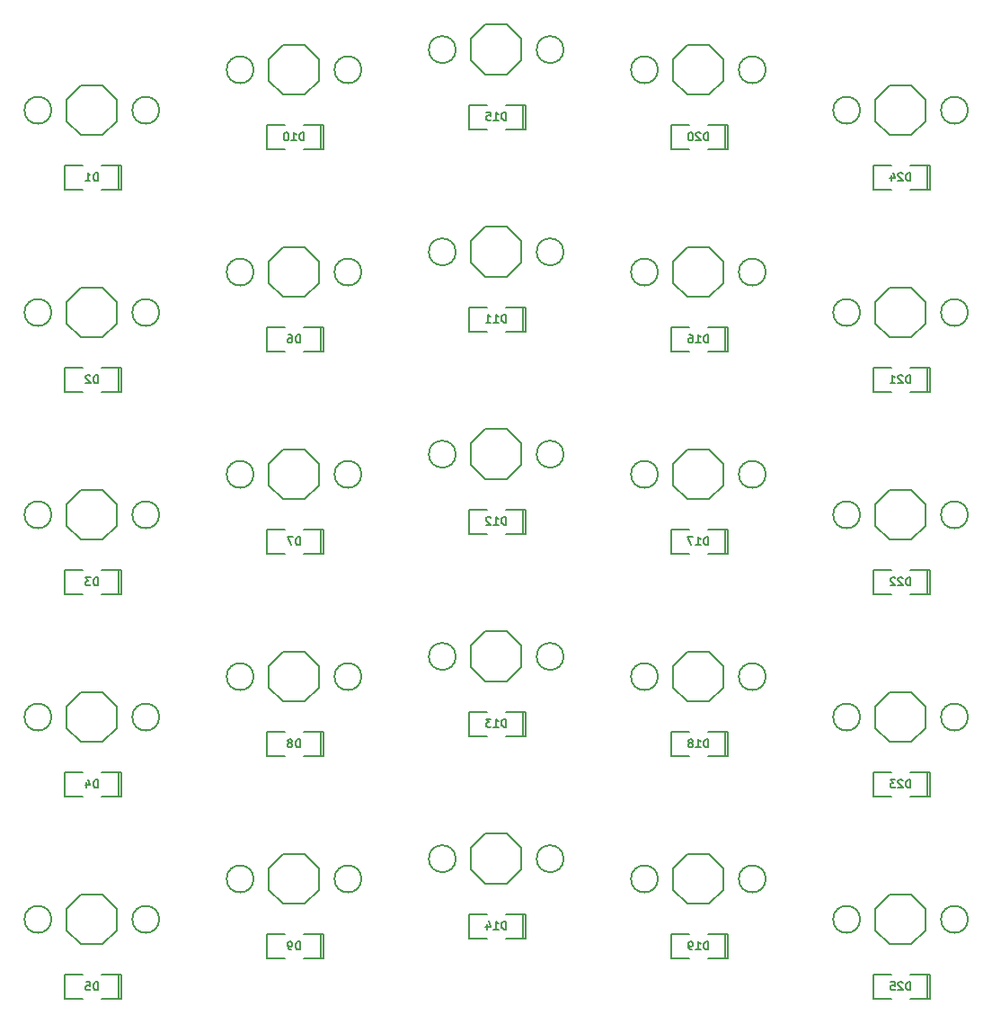
<source format=gbo>
G04 (created by PCBNEW (2013-jul-07)-stable) date Monday, February 03, 2014 'pmt' 10:27:19 pm*
%MOIN*%
G04 Gerber Fmt 3.4, Leading zero omitted, Abs format*
%FSLAX34Y34*%
G01*
G70*
G90*
G04 APERTURE LIST*
%ADD10C,0.00590551*%
%ADD11C,0.006*%
%ADD12C,0.005*%
G04 APERTURE END LIST*
G54D10*
G54D11*
X24500Y-36750D02*
G75*
G03X24500Y-36750I-500J0D01*
G74*
G01*
X20500Y-36750D02*
G75*
G03X20500Y-36750I-500J0D01*
G74*
G01*
X21075Y-36350D02*
X21600Y-35825D01*
X21600Y-35825D02*
X22400Y-35825D01*
X22400Y-35825D02*
X22925Y-36350D01*
X22925Y-36350D02*
X22925Y-37150D01*
X22925Y-37150D02*
X22400Y-37675D01*
X22400Y-37675D02*
X21600Y-37675D01*
X21600Y-37675D02*
X21075Y-37150D01*
X21075Y-37150D02*
X21075Y-36350D01*
X17000Y-38250D02*
G75*
G03X17000Y-38250I-500J0D01*
G74*
G01*
X13000Y-38250D02*
G75*
G03X13000Y-38250I-500J0D01*
G74*
G01*
X13575Y-37850D02*
X14100Y-37325D01*
X14100Y-37325D02*
X14900Y-37325D01*
X14900Y-37325D02*
X15425Y-37850D01*
X15425Y-37850D02*
X15425Y-38650D01*
X15425Y-38650D02*
X14900Y-39175D01*
X14900Y-39175D02*
X14100Y-39175D01*
X14100Y-39175D02*
X13575Y-38650D01*
X13575Y-38650D02*
X13575Y-37850D01*
X47000Y-30750D02*
G75*
G03X47000Y-30750I-500J0D01*
G74*
G01*
X43000Y-30750D02*
G75*
G03X43000Y-30750I-500J0D01*
G74*
G01*
X43575Y-30350D02*
X44100Y-29825D01*
X44100Y-29825D02*
X44900Y-29825D01*
X44900Y-29825D02*
X45425Y-30350D01*
X45425Y-30350D02*
X45425Y-31150D01*
X45425Y-31150D02*
X44900Y-31675D01*
X44900Y-31675D02*
X44100Y-31675D01*
X44100Y-31675D02*
X43575Y-31150D01*
X43575Y-31150D02*
X43575Y-30350D01*
X32000Y-36000D02*
G75*
G03X32000Y-36000I-500J0D01*
G74*
G01*
X28000Y-36000D02*
G75*
G03X28000Y-36000I-500J0D01*
G74*
G01*
X28575Y-35600D02*
X29100Y-35075D01*
X29100Y-35075D02*
X29900Y-35075D01*
X29900Y-35075D02*
X30425Y-35600D01*
X30425Y-35600D02*
X30425Y-36400D01*
X30425Y-36400D02*
X29900Y-36925D01*
X29900Y-36925D02*
X29100Y-36925D01*
X29100Y-36925D02*
X28575Y-36400D01*
X28575Y-36400D02*
X28575Y-35600D01*
X39500Y-29250D02*
G75*
G03X39500Y-29250I-500J0D01*
G74*
G01*
X35500Y-29250D02*
G75*
G03X35500Y-29250I-500J0D01*
G74*
G01*
X36075Y-28850D02*
X36600Y-28325D01*
X36600Y-28325D02*
X37400Y-28325D01*
X37400Y-28325D02*
X37925Y-28850D01*
X37925Y-28850D02*
X37925Y-29650D01*
X37925Y-29650D02*
X37400Y-30175D01*
X37400Y-30175D02*
X36600Y-30175D01*
X36600Y-30175D02*
X36075Y-29650D01*
X36075Y-29650D02*
X36075Y-28850D01*
X32000Y-28500D02*
G75*
G03X32000Y-28500I-500J0D01*
G74*
G01*
X28000Y-28500D02*
G75*
G03X28000Y-28500I-500J0D01*
G74*
G01*
X28575Y-28100D02*
X29100Y-27575D01*
X29100Y-27575D02*
X29900Y-27575D01*
X29900Y-27575D02*
X30425Y-28100D01*
X30425Y-28100D02*
X30425Y-28900D01*
X30425Y-28900D02*
X29900Y-29425D01*
X29900Y-29425D02*
X29100Y-29425D01*
X29100Y-29425D02*
X28575Y-28900D01*
X28575Y-28900D02*
X28575Y-28100D01*
X39500Y-36750D02*
G75*
G03X39500Y-36750I-500J0D01*
G74*
G01*
X35500Y-36750D02*
G75*
G03X35500Y-36750I-500J0D01*
G74*
G01*
X36075Y-36350D02*
X36600Y-35825D01*
X36600Y-35825D02*
X37400Y-35825D01*
X37400Y-35825D02*
X37925Y-36350D01*
X37925Y-36350D02*
X37925Y-37150D01*
X37925Y-37150D02*
X37400Y-37675D01*
X37400Y-37675D02*
X36600Y-37675D01*
X36600Y-37675D02*
X36075Y-37150D01*
X36075Y-37150D02*
X36075Y-36350D01*
X24500Y-29250D02*
G75*
G03X24500Y-29250I-500J0D01*
G74*
G01*
X20500Y-29250D02*
G75*
G03X20500Y-29250I-500J0D01*
G74*
G01*
X21075Y-28850D02*
X21600Y-28325D01*
X21600Y-28325D02*
X22400Y-28325D01*
X22400Y-28325D02*
X22925Y-28850D01*
X22925Y-28850D02*
X22925Y-29650D01*
X22925Y-29650D02*
X22400Y-30175D01*
X22400Y-30175D02*
X21600Y-30175D01*
X21600Y-30175D02*
X21075Y-29650D01*
X21075Y-29650D02*
X21075Y-28850D01*
X17000Y-30750D02*
G75*
G03X17000Y-30750I-500J0D01*
G74*
G01*
X13000Y-30750D02*
G75*
G03X13000Y-30750I-500J0D01*
G74*
G01*
X13575Y-30350D02*
X14100Y-29825D01*
X14100Y-29825D02*
X14900Y-29825D01*
X14900Y-29825D02*
X15425Y-30350D01*
X15425Y-30350D02*
X15425Y-31150D01*
X15425Y-31150D02*
X14900Y-31675D01*
X14900Y-31675D02*
X14100Y-31675D01*
X14100Y-31675D02*
X13575Y-31150D01*
X13575Y-31150D02*
X13575Y-30350D01*
X47000Y-38250D02*
G75*
G03X47000Y-38250I-500J0D01*
G74*
G01*
X43000Y-38250D02*
G75*
G03X43000Y-38250I-500J0D01*
G74*
G01*
X43575Y-37850D02*
X44100Y-37325D01*
X44100Y-37325D02*
X44900Y-37325D01*
X44900Y-37325D02*
X45425Y-37850D01*
X45425Y-37850D02*
X45425Y-38650D01*
X45425Y-38650D02*
X44900Y-39175D01*
X44900Y-39175D02*
X44100Y-39175D01*
X44100Y-39175D02*
X43575Y-38650D01*
X43575Y-38650D02*
X43575Y-37850D01*
X47000Y-23250D02*
G75*
G03X47000Y-23250I-500J0D01*
G74*
G01*
X43000Y-23250D02*
G75*
G03X43000Y-23250I-500J0D01*
G74*
G01*
X43575Y-22850D02*
X44100Y-22325D01*
X44100Y-22325D02*
X44900Y-22325D01*
X44900Y-22325D02*
X45425Y-22850D01*
X45425Y-22850D02*
X45425Y-23650D01*
X45425Y-23650D02*
X44900Y-24175D01*
X44900Y-24175D02*
X44100Y-24175D01*
X44100Y-24175D02*
X43575Y-23650D01*
X43575Y-23650D02*
X43575Y-22850D01*
X39500Y-21750D02*
G75*
G03X39500Y-21750I-500J0D01*
G74*
G01*
X35500Y-21750D02*
G75*
G03X35500Y-21750I-500J0D01*
G74*
G01*
X36075Y-21350D02*
X36600Y-20825D01*
X36600Y-20825D02*
X37400Y-20825D01*
X37400Y-20825D02*
X37925Y-21350D01*
X37925Y-21350D02*
X37925Y-22150D01*
X37925Y-22150D02*
X37400Y-22675D01*
X37400Y-22675D02*
X36600Y-22675D01*
X36600Y-22675D02*
X36075Y-22150D01*
X36075Y-22150D02*
X36075Y-21350D01*
X17000Y-45750D02*
G75*
G03X17000Y-45750I-500J0D01*
G74*
G01*
X13000Y-45750D02*
G75*
G03X13000Y-45750I-500J0D01*
G74*
G01*
X13575Y-45350D02*
X14100Y-44825D01*
X14100Y-44825D02*
X14900Y-44825D01*
X14900Y-44825D02*
X15425Y-45350D01*
X15425Y-45350D02*
X15425Y-46150D01*
X15425Y-46150D02*
X14900Y-46675D01*
X14900Y-46675D02*
X14100Y-46675D01*
X14100Y-46675D02*
X13575Y-46150D01*
X13575Y-46150D02*
X13575Y-45350D01*
X32000Y-21000D02*
G75*
G03X32000Y-21000I-500J0D01*
G74*
G01*
X28000Y-21000D02*
G75*
G03X28000Y-21000I-500J0D01*
G74*
G01*
X28575Y-20600D02*
X29100Y-20075D01*
X29100Y-20075D02*
X29900Y-20075D01*
X29900Y-20075D02*
X30425Y-20600D01*
X30425Y-20600D02*
X30425Y-21400D01*
X30425Y-21400D02*
X29900Y-21925D01*
X29900Y-21925D02*
X29100Y-21925D01*
X29100Y-21925D02*
X28575Y-21400D01*
X28575Y-21400D02*
X28575Y-20600D01*
X24500Y-21750D02*
G75*
G03X24500Y-21750I-500J0D01*
G74*
G01*
X20500Y-21750D02*
G75*
G03X20500Y-21750I-500J0D01*
G74*
G01*
X21075Y-21350D02*
X21600Y-20825D01*
X21600Y-20825D02*
X22400Y-20825D01*
X22400Y-20825D02*
X22925Y-21350D01*
X22925Y-21350D02*
X22925Y-22150D01*
X22925Y-22150D02*
X22400Y-22675D01*
X22400Y-22675D02*
X21600Y-22675D01*
X21600Y-22675D02*
X21075Y-22150D01*
X21075Y-22150D02*
X21075Y-21350D01*
X24500Y-44250D02*
G75*
G03X24500Y-44250I-500J0D01*
G74*
G01*
X20500Y-44250D02*
G75*
G03X20500Y-44250I-500J0D01*
G74*
G01*
X21075Y-43850D02*
X21600Y-43325D01*
X21600Y-43325D02*
X22400Y-43325D01*
X22400Y-43325D02*
X22925Y-43850D01*
X22925Y-43850D02*
X22925Y-44650D01*
X22925Y-44650D02*
X22400Y-45175D01*
X22400Y-45175D02*
X21600Y-45175D01*
X21600Y-45175D02*
X21075Y-44650D01*
X21075Y-44650D02*
X21075Y-43850D01*
X17000Y-15750D02*
G75*
G03X17000Y-15750I-500J0D01*
G74*
G01*
X13000Y-15750D02*
G75*
G03X13000Y-15750I-500J0D01*
G74*
G01*
X13575Y-15350D02*
X14100Y-14825D01*
X14100Y-14825D02*
X14900Y-14825D01*
X14900Y-14825D02*
X15425Y-15350D01*
X15425Y-15350D02*
X15425Y-16150D01*
X15425Y-16150D02*
X14900Y-16675D01*
X14900Y-16675D02*
X14100Y-16675D01*
X14100Y-16675D02*
X13575Y-16150D01*
X13575Y-16150D02*
X13575Y-15350D01*
X17000Y-23250D02*
G75*
G03X17000Y-23250I-500J0D01*
G74*
G01*
X13000Y-23250D02*
G75*
G03X13000Y-23250I-500J0D01*
G74*
G01*
X13575Y-22850D02*
X14100Y-22325D01*
X14100Y-22325D02*
X14900Y-22325D01*
X14900Y-22325D02*
X15425Y-22850D01*
X15425Y-22850D02*
X15425Y-23650D01*
X15425Y-23650D02*
X14900Y-24175D01*
X14900Y-24175D02*
X14100Y-24175D01*
X14100Y-24175D02*
X13575Y-23650D01*
X13575Y-23650D02*
X13575Y-22850D01*
X47000Y-15750D02*
G75*
G03X47000Y-15750I-500J0D01*
G74*
G01*
X43000Y-15750D02*
G75*
G03X43000Y-15750I-500J0D01*
G74*
G01*
X43575Y-15350D02*
X44100Y-14825D01*
X44100Y-14825D02*
X44900Y-14825D01*
X44900Y-14825D02*
X45425Y-15350D01*
X45425Y-15350D02*
X45425Y-16150D01*
X45425Y-16150D02*
X44900Y-16675D01*
X44900Y-16675D02*
X44100Y-16675D01*
X44100Y-16675D02*
X43575Y-16150D01*
X43575Y-16150D02*
X43575Y-15350D01*
X39500Y-14250D02*
G75*
G03X39500Y-14250I-500J0D01*
G74*
G01*
X35500Y-14250D02*
G75*
G03X35500Y-14250I-500J0D01*
G74*
G01*
X36075Y-13850D02*
X36600Y-13325D01*
X36600Y-13325D02*
X37400Y-13325D01*
X37400Y-13325D02*
X37925Y-13850D01*
X37925Y-13850D02*
X37925Y-14650D01*
X37925Y-14650D02*
X37400Y-15175D01*
X37400Y-15175D02*
X36600Y-15175D01*
X36600Y-15175D02*
X36075Y-14650D01*
X36075Y-14650D02*
X36075Y-13850D01*
X32000Y-13500D02*
G75*
G03X32000Y-13500I-500J0D01*
G74*
G01*
X28000Y-13500D02*
G75*
G03X28000Y-13500I-500J0D01*
G74*
G01*
X28575Y-13100D02*
X29100Y-12575D01*
X29100Y-12575D02*
X29900Y-12575D01*
X29900Y-12575D02*
X30425Y-13100D01*
X30425Y-13100D02*
X30425Y-13900D01*
X30425Y-13900D02*
X29900Y-14425D01*
X29900Y-14425D02*
X29100Y-14425D01*
X29100Y-14425D02*
X28575Y-13900D01*
X28575Y-13900D02*
X28575Y-13100D01*
X24500Y-14250D02*
G75*
G03X24500Y-14250I-500J0D01*
G74*
G01*
X20500Y-14250D02*
G75*
G03X20500Y-14250I-500J0D01*
G74*
G01*
X21075Y-13850D02*
X21600Y-13325D01*
X21600Y-13325D02*
X22400Y-13325D01*
X22400Y-13325D02*
X22925Y-13850D01*
X22925Y-13850D02*
X22925Y-14650D01*
X22925Y-14650D02*
X22400Y-15175D01*
X22400Y-15175D02*
X21600Y-15175D01*
X21600Y-15175D02*
X21075Y-14650D01*
X21075Y-14650D02*
X21075Y-13850D01*
X32000Y-43500D02*
G75*
G03X32000Y-43500I-500J0D01*
G74*
G01*
X28000Y-43500D02*
G75*
G03X28000Y-43500I-500J0D01*
G74*
G01*
X28575Y-43100D02*
X29100Y-42575D01*
X29100Y-42575D02*
X29900Y-42575D01*
X29900Y-42575D02*
X30425Y-43100D01*
X30425Y-43100D02*
X30425Y-43900D01*
X30425Y-43900D02*
X29900Y-44425D01*
X29900Y-44425D02*
X29100Y-44425D01*
X29100Y-44425D02*
X28575Y-43900D01*
X28575Y-43900D02*
X28575Y-43100D01*
X39500Y-44250D02*
G75*
G03X39500Y-44250I-500J0D01*
G74*
G01*
X35500Y-44250D02*
G75*
G03X35500Y-44250I-500J0D01*
G74*
G01*
X36075Y-43850D02*
X36600Y-43325D01*
X36600Y-43325D02*
X37400Y-43325D01*
X37400Y-43325D02*
X37925Y-43850D01*
X37925Y-43850D02*
X37925Y-44650D01*
X37925Y-44650D02*
X37400Y-45175D01*
X37400Y-45175D02*
X36600Y-45175D01*
X36600Y-45175D02*
X36075Y-44650D01*
X36075Y-44650D02*
X36075Y-43850D01*
X47000Y-45750D02*
G75*
G03X47000Y-45750I-500J0D01*
G74*
G01*
X43000Y-45750D02*
G75*
G03X43000Y-45750I-500J0D01*
G74*
G01*
X43575Y-45350D02*
X44100Y-44825D01*
X44100Y-44825D02*
X44900Y-44825D01*
X44900Y-44825D02*
X45425Y-45350D01*
X45425Y-45350D02*
X45425Y-46150D01*
X45425Y-46150D02*
X44900Y-46675D01*
X44900Y-46675D02*
X44100Y-46675D01*
X44100Y-46675D02*
X43575Y-46150D01*
X43575Y-46150D02*
X43575Y-45350D01*
G54D12*
X38000Y-46300D02*
X38100Y-46300D01*
X38100Y-46300D02*
X38100Y-47200D01*
X38100Y-47200D02*
X38000Y-47200D01*
X38000Y-46300D02*
X38000Y-47200D01*
X38000Y-47200D02*
X37350Y-47200D01*
X36650Y-46300D02*
X36000Y-46300D01*
X36000Y-46300D02*
X36000Y-47200D01*
X36000Y-47200D02*
X36650Y-47200D01*
X37350Y-46300D02*
X38000Y-46300D01*
X23000Y-38800D02*
X23100Y-38800D01*
X23100Y-38800D02*
X23100Y-39700D01*
X23100Y-39700D02*
X23000Y-39700D01*
X23000Y-38800D02*
X23000Y-39700D01*
X23000Y-39700D02*
X22350Y-39700D01*
X21650Y-38800D02*
X21000Y-38800D01*
X21000Y-38800D02*
X21000Y-39700D01*
X21000Y-39700D02*
X21650Y-39700D01*
X22350Y-38800D02*
X23000Y-38800D01*
X30500Y-45550D02*
X30600Y-45550D01*
X30600Y-45550D02*
X30600Y-46450D01*
X30600Y-46450D02*
X30500Y-46450D01*
X30500Y-45550D02*
X30500Y-46450D01*
X30500Y-46450D02*
X29850Y-46450D01*
X29150Y-45550D02*
X28500Y-45550D01*
X28500Y-45550D02*
X28500Y-46450D01*
X28500Y-46450D02*
X29150Y-46450D01*
X29850Y-45550D02*
X30500Y-45550D01*
X30500Y-38050D02*
X30600Y-38050D01*
X30600Y-38050D02*
X30600Y-38950D01*
X30600Y-38950D02*
X30500Y-38950D01*
X30500Y-38050D02*
X30500Y-38950D01*
X30500Y-38950D02*
X29850Y-38950D01*
X29150Y-38050D02*
X28500Y-38050D01*
X28500Y-38050D02*
X28500Y-38950D01*
X28500Y-38950D02*
X29150Y-38950D01*
X29850Y-38050D02*
X30500Y-38050D01*
X23000Y-46300D02*
X23100Y-46300D01*
X23100Y-46300D02*
X23100Y-47200D01*
X23100Y-47200D02*
X23000Y-47200D01*
X23000Y-46300D02*
X23000Y-47200D01*
X23000Y-47200D02*
X22350Y-47200D01*
X21650Y-46300D02*
X21000Y-46300D01*
X21000Y-46300D02*
X21000Y-47200D01*
X21000Y-47200D02*
X21650Y-47200D01*
X22350Y-46300D02*
X23000Y-46300D01*
X38000Y-38800D02*
X38100Y-38800D01*
X38100Y-38800D02*
X38100Y-39700D01*
X38100Y-39700D02*
X38000Y-39700D01*
X38000Y-38800D02*
X38000Y-39700D01*
X38000Y-39700D02*
X37350Y-39700D01*
X36650Y-38800D02*
X36000Y-38800D01*
X36000Y-38800D02*
X36000Y-39700D01*
X36000Y-39700D02*
X36650Y-39700D01*
X37350Y-38800D02*
X38000Y-38800D01*
X45500Y-40300D02*
X45600Y-40300D01*
X45600Y-40300D02*
X45600Y-41200D01*
X45600Y-41200D02*
X45500Y-41200D01*
X45500Y-40300D02*
X45500Y-41200D01*
X45500Y-41200D02*
X44850Y-41200D01*
X44150Y-40300D02*
X43500Y-40300D01*
X43500Y-40300D02*
X43500Y-41200D01*
X43500Y-41200D02*
X44150Y-41200D01*
X44850Y-40300D02*
X45500Y-40300D01*
X15500Y-47800D02*
X15600Y-47800D01*
X15600Y-47800D02*
X15600Y-48700D01*
X15600Y-48700D02*
X15500Y-48700D01*
X15500Y-47800D02*
X15500Y-48700D01*
X15500Y-48700D02*
X14850Y-48700D01*
X14150Y-47800D02*
X13500Y-47800D01*
X13500Y-47800D02*
X13500Y-48700D01*
X13500Y-48700D02*
X14150Y-48700D01*
X14850Y-47800D02*
X15500Y-47800D01*
X15500Y-17800D02*
X15600Y-17800D01*
X15600Y-17800D02*
X15600Y-18700D01*
X15600Y-18700D02*
X15500Y-18700D01*
X15500Y-17800D02*
X15500Y-18700D01*
X15500Y-18700D02*
X14850Y-18700D01*
X14150Y-17800D02*
X13500Y-17800D01*
X13500Y-17800D02*
X13500Y-18700D01*
X13500Y-18700D02*
X14150Y-18700D01*
X14850Y-17800D02*
X15500Y-17800D01*
X23000Y-16300D02*
X23100Y-16300D01*
X23100Y-16300D02*
X23100Y-17200D01*
X23100Y-17200D02*
X23000Y-17200D01*
X23000Y-16300D02*
X23000Y-17200D01*
X23000Y-17200D02*
X22350Y-17200D01*
X21650Y-16300D02*
X21000Y-16300D01*
X21000Y-16300D02*
X21000Y-17200D01*
X21000Y-17200D02*
X21650Y-17200D01*
X22350Y-16300D02*
X23000Y-16300D01*
X30500Y-15550D02*
X30600Y-15550D01*
X30600Y-15550D02*
X30600Y-16450D01*
X30600Y-16450D02*
X30500Y-16450D01*
X30500Y-15550D02*
X30500Y-16450D01*
X30500Y-16450D02*
X29850Y-16450D01*
X29150Y-15550D02*
X28500Y-15550D01*
X28500Y-15550D02*
X28500Y-16450D01*
X28500Y-16450D02*
X29150Y-16450D01*
X29850Y-15550D02*
X30500Y-15550D01*
X38000Y-16300D02*
X38100Y-16300D01*
X38100Y-16300D02*
X38100Y-17200D01*
X38100Y-17200D02*
X38000Y-17200D01*
X38000Y-16300D02*
X38000Y-17200D01*
X38000Y-17200D02*
X37350Y-17200D01*
X36650Y-16300D02*
X36000Y-16300D01*
X36000Y-16300D02*
X36000Y-17200D01*
X36000Y-17200D02*
X36650Y-17200D01*
X37350Y-16300D02*
X38000Y-16300D01*
X45500Y-17800D02*
X45600Y-17800D01*
X45600Y-17800D02*
X45600Y-18700D01*
X45600Y-18700D02*
X45500Y-18700D01*
X45500Y-17800D02*
X45500Y-18700D01*
X45500Y-18700D02*
X44850Y-18700D01*
X44150Y-17800D02*
X43500Y-17800D01*
X43500Y-17800D02*
X43500Y-18700D01*
X43500Y-18700D02*
X44150Y-18700D01*
X44850Y-17800D02*
X45500Y-17800D01*
X15500Y-25300D02*
X15600Y-25300D01*
X15600Y-25300D02*
X15600Y-26200D01*
X15600Y-26200D02*
X15500Y-26200D01*
X15500Y-25300D02*
X15500Y-26200D01*
X15500Y-26200D02*
X14850Y-26200D01*
X14150Y-25300D02*
X13500Y-25300D01*
X13500Y-25300D02*
X13500Y-26200D01*
X13500Y-26200D02*
X14150Y-26200D01*
X14850Y-25300D02*
X15500Y-25300D01*
X23000Y-23800D02*
X23100Y-23800D01*
X23100Y-23800D02*
X23100Y-24700D01*
X23100Y-24700D02*
X23000Y-24700D01*
X23000Y-23800D02*
X23000Y-24700D01*
X23000Y-24700D02*
X22350Y-24700D01*
X21650Y-23800D02*
X21000Y-23800D01*
X21000Y-23800D02*
X21000Y-24700D01*
X21000Y-24700D02*
X21650Y-24700D01*
X22350Y-23800D02*
X23000Y-23800D01*
X30500Y-23050D02*
X30600Y-23050D01*
X30600Y-23050D02*
X30600Y-23950D01*
X30600Y-23950D02*
X30500Y-23950D01*
X30500Y-23050D02*
X30500Y-23950D01*
X30500Y-23950D02*
X29850Y-23950D01*
X29150Y-23050D02*
X28500Y-23050D01*
X28500Y-23050D02*
X28500Y-23950D01*
X28500Y-23950D02*
X29150Y-23950D01*
X29850Y-23050D02*
X30500Y-23050D01*
X38000Y-23800D02*
X38100Y-23800D01*
X38100Y-23800D02*
X38100Y-24700D01*
X38100Y-24700D02*
X38000Y-24700D01*
X38000Y-23800D02*
X38000Y-24700D01*
X38000Y-24700D02*
X37350Y-24700D01*
X36650Y-23800D02*
X36000Y-23800D01*
X36000Y-23800D02*
X36000Y-24700D01*
X36000Y-24700D02*
X36650Y-24700D01*
X37350Y-23800D02*
X38000Y-23800D01*
X45500Y-25300D02*
X45600Y-25300D01*
X45600Y-25300D02*
X45600Y-26200D01*
X45600Y-26200D02*
X45500Y-26200D01*
X45500Y-25300D02*
X45500Y-26200D01*
X45500Y-26200D02*
X44850Y-26200D01*
X44150Y-25300D02*
X43500Y-25300D01*
X43500Y-25300D02*
X43500Y-26200D01*
X43500Y-26200D02*
X44150Y-26200D01*
X44850Y-25300D02*
X45500Y-25300D01*
X15500Y-32800D02*
X15600Y-32800D01*
X15600Y-32800D02*
X15600Y-33700D01*
X15600Y-33700D02*
X15500Y-33700D01*
X15500Y-32800D02*
X15500Y-33700D01*
X15500Y-33700D02*
X14850Y-33700D01*
X14150Y-32800D02*
X13500Y-32800D01*
X13500Y-32800D02*
X13500Y-33700D01*
X13500Y-33700D02*
X14150Y-33700D01*
X14850Y-32800D02*
X15500Y-32800D01*
X23000Y-31300D02*
X23100Y-31300D01*
X23100Y-31300D02*
X23100Y-32200D01*
X23100Y-32200D02*
X23000Y-32200D01*
X23000Y-31300D02*
X23000Y-32200D01*
X23000Y-32200D02*
X22350Y-32200D01*
X21650Y-31300D02*
X21000Y-31300D01*
X21000Y-31300D02*
X21000Y-32200D01*
X21000Y-32200D02*
X21650Y-32200D01*
X22350Y-31300D02*
X23000Y-31300D01*
X30500Y-30550D02*
X30600Y-30550D01*
X30600Y-30550D02*
X30600Y-31450D01*
X30600Y-31450D02*
X30500Y-31450D01*
X30500Y-30550D02*
X30500Y-31450D01*
X30500Y-31450D02*
X29850Y-31450D01*
X29150Y-30550D02*
X28500Y-30550D01*
X28500Y-30550D02*
X28500Y-31450D01*
X28500Y-31450D02*
X29150Y-31450D01*
X29850Y-30550D02*
X30500Y-30550D01*
X38000Y-31300D02*
X38100Y-31300D01*
X38100Y-31300D02*
X38100Y-32200D01*
X38100Y-32200D02*
X38000Y-32200D01*
X38000Y-31300D02*
X38000Y-32200D01*
X38000Y-32200D02*
X37350Y-32200D01*
X36650Y-31300D02*
X36000Y-31300D01*
X36000Y-31300D02*
X36000Y-32200D01*
X36000Y-32200D02*
X36650Y-32200D01*
X37350Y-31300D02*
X38000Y-31300D01*
X45500Y-32800D02*
X45600Y-32800D01*
X45600Y-32800D02*
X45600Y-33700D01*
X45600Y-33700D02*
X45500Y-33700D01*
X45500Y-32800D02*
X45500Y-33700D01*
X45500Y-33700D02*
X44850Y-33700D01*
X44150Y-32800D02*
X43500Y-32800D01*
X43500Y-32800D02*
X43500Y-33700D01*
X43500Y-33700D02*
X44150Y-33700D01*
X44850Y-32800D02*
X45500Y-32800D01*
X15500Y-40300D02*
X15600Y-40300D01*
X15600Y-40300D02*
X15600Y-41200D01*
X15600Y-41200D02*
X15500Y-41200D01*
X15500Y-40300D02*
X15500Y-41200D01*
X15500Y-41200D02*
X14850Y-41200D01*
X14150Y-40300D02*
X13500Y-40300D01*
X13500Y-40300D02*
X13500Y-41200D01*
X13500Y-41200D02*
X14150Y-41200D01*
X14850Y-40300D02*
X15500Y-40300D01*
X45500Y-47800D02*
X45600Y-47800D01*
X45600Y-47800D02*
X45600Y-48700D01*
X45600Y-48700D02*
X45500Y-48700D01*
X45500Y-47800D02*
X45500Y-48700D01*
X45500Y-48700D02*
X44850Y-48700D01*
X44150Y-47800D02*
X43500Y-47800D01*
X43500Y-47800D02*
X43500Y-48700D01*
X43500Y-48700D02*
X44150Y-48700D01*
X44850Y-47800D02*
X45500Y-47800D01*
X37364Y-46871D02*
X37364Y-46571D01*
X37292Y-46571D01*
X37250Y-46585D01*
X37221Y-46614D01*
X37207Y-46642D01*
X37192Y-46700D01*
X37192Y-46742D01*
X37207Y-46800D01*
X37221Y-46828D01*
X37250Y-46857D01*
X37292Y-46871D01*
X37364Y-46871D01*
X36907Y-46871D02*
X37078Y-46871D01*
X36992Y-46871D02*
X36992Y-46571D01*
X37021Y-46614D01*
X37050Y-46642D01*
X37078Y-46657D01*
X36764Y-46871D02*
X36707Y-46871D01*
X36678Y-46857D01*
X36664Y-46842D01*
X36635Y-46800D01*
X36621Y-46742D01*
X36621Y-46628D01*
X36635Y-46600D01*
X36650Y-46585D01*
X36678Y-46571D01*
X36735Y-46571D01*
X36764Y-46585D01*
X36778Y-46600D01*
X36792Y-46628D01*
X36792Y-46700D01*
X36778Y-46728D01*
X36764Y-46742D01*
X36735Y-46757D01*
X36678Y-46757D01*
X36650Y-46742D01*
X36635Y-46728D01*
X36621Y-46700D01*
X22221Y-39371D02*
X22221Y-39071D01*
X22150Y-39071D01*
X22107Y-39085D01*
X22078Y-39114D01*
X22064Y-39142D01*
X22050Y-39200D01*
X22050Y-39242D01*
X22064Y-39300D01*
X22078Y-39328D01*
X22107Y-39357D01*
X22150Y-39371D01*
X22221Y-39371D01*
X21878Y-39200D02*
X21907Y-39185D01*
X21921Y-39171D01*
X21935Y-39142D01*
X21935Y-39128D01*
X21921Y-39100D01*
X21907Y-39085D01*
X21878Y-39071D01*
X21821Y-39071D01*
X21792Y-39085D01*
X21778Y-39100D01*
X21764Y-39128D01*
X21764Y-39142D01*
X21778Y-39171D01*
X21792Y-39185D01*
X21821Y-39200D01*
X21878Y-39200D01*
X21907Y-39214D01*
X21921Y-39228D01*
X21935Y-39257D01*
X21935Y-39314D01*
X21921Y-39342D01*
X21907Y-39357D01*
X21878Y-39371D01*
X21821Y-39371D01*
X21792Y-39357D01*
X21778Y-39342D01*
X21764Y-39314D01*
X21764Y-39257D01*
X21778Y-39228D01*
X21792Y-39214D01*
X21821Y-39200D01*
X29864Y-46121D02*
X29864Y-45821D01*
X29792Y-45821D01*
X29750Y-45835D01*
X29721Y-45864D01*
X29707Y-45892D01*
X29692Y-45950D01*
X29692Y-45992D01*
X29707Y-46050D01*
X29721Y-46078D01*
X29750Y-46107D01*
X29792Y-46121D01*
X29864Y-46121D01*
X29407Y-46121D02*
X29578Y-46121D01*
X29492Y-46121D02*
X29492Y-45821D01*
X29521Y-45864D01*
X29550Y-45892D01*
X29578Y-45907D01*
X29150Y-45921D02*
X29150Y-46121D01*
X29221Y-45807D02*
X29292Y-46021D01*
X29107Y-46021D01*
X29864Y-38621D02*
X29864Y-38321D01*
X29792Y-38321D01*
X29750Y-38335D01*
X29721Y-38364D01*
X29707Y-38392D01*
X29692Y-38450D01*
X29692Y-38492D01*
X29707Y-38550D01*
X29721Y-38578D01*
X29750Y-38607D01*
X29792Y-38621D01*
X29864Y-38621D01*
X29407Y-38621D02*
X29578Y-38621D01*
X29492Y-38621D02*
X29492Y-38321D01*
X29521Y-38364D01*
X29550Y-38392D01*
X29578Y-38407D01*
X29307Y-38321D02*
X29121Y-38321D01*
X29221Y-38435D01*
X29178Y-38435D01*
X29150Y-38450D01*
X29135Y-38464D01*
X29121Y-38492D01*
X29121Y-38564D01*
X29135Y-38592D01*
X29150Y-38607D01*
X29178Y-38621D01*
X29264Y-38621D01*
X29292Y-38607D01*
X29307Y-38592D01*
X22221Y-46871D02*
X22221Y-46571D01*
X22150Y-46571D01*
X22107Y-46585D01*
X22078Y-46614D01*
X22064Y-46642D01*
X22050Y-46700D01*
X22050Y-46742D01*
X22064Y-46800D01*
X22078Y-46828D01*
X22107Y-46857D01*
X22150Y-46871D01*
X22221Y-46871D01*
X21907Y-46871D02*
X21850Y-46871D01*
X21821Y-46857D01*
X21807Y-46842D01*
X21778Y-46800D01*
X21764Y-46742D01*
X21764Y-46628D01*
X21778Y-46600D01*
X21792Y-46585D01*
X21821Y-46571D01*
X21878Y-46571D01*
X21907Y-46585D01*
X21921Y-46600D01*
X21935Y-46628D01*
X21935Y-46700D01*
X21921Y-46728D01*
X21907Y-46742D01*
X21878Y-46757D01*
X21821Y-46757D01*
X21792Y-46742D01*
X21778Y-46728D01*
X21764Y-46700D01*
X37364Y-39371D02*
X37364Y-39071D01*
X37292Y-39071D01*
X37250Y-39085D01*
X37221Y-39114D01*
X37207Y-39142D01*
X37192Y-39200D01*
X37192Y-39242D01*
X37207Y-39300D01*
X37221Y-39328D01*
X37250Y-39357D01*
X37292Y-39371D01*
X37364Y-39371D01*
X36907Y-39371D02*
X37078Y-39371D01*
X36992Y-39371D02*
X36992Y-39071D01*
X37021Y-39114D01*
X37050Y-39142D01*
X37078Y-39157D01*
X36735Y-39200D02*
X36764Y-39185D01*
X36778Y-39171D01*
X36792Y-39142D01*
X36792Y-39128D01*
X36778Y-39100D01*
X36764Y-39085D01*
X36735Y-39071D01*
X36678Y-39071D01*
X36650Y-39085D01*
X36635Y-39100D01*
X36621Y-39128D01*
X36621Y-39142D01*
X36635Y-39171D01*
X36650Y-39185D01*
X36678Y-39200D01*
X36735Y-39200D01*
X36764Y-39214D01*
X36778Y-39228D01*
X36792Y-39257D01*
X36792Y-39314D01*
X36778Y-39342D01*
X36764Y-39357D01*
X36735Y-39371D01*
X36678Y-39371D01*
X36650Y-39357D01*
X36635Y-39342D01*
X36621Y-39314D01*
X36621Y-39257D01*
X36635Y-39228D01*
X36650Y-39214D01*
X36678Y-39200D01*
X44864Y-40871D02*
X44864Y-40571D01*
X44792Y-40571D01*
X44750Y-40585D01*
X44721Y-40614D01*
X44707Y-40642D01*
X44692Y-40700D01*
X44692Y-40742D01*
X44707Y-40800D01*
X44721Y-40828D01*
X44750Y-40857D01*
X44792Y-40871D01*
X44864Y-40871D01*
X44578Y-40600D02*
X44564Y-40585D01*
X44535Y-40571D01*
X44464Y-40571D01*
X44435Y-40585D01*
X44421Y-40600D01*
X44407Y-40628D01*
X44407Y-40657D01*
X44421Y-40700D01*
X44592Y-40871D01*
X44407Y-40871D01*
X44307Y-40571D02*
X44121Y-40571D01*
X44221Y-40685D01*
X44178Y-40685D01*
X44150Y-40700D01*
X44135Y-40714D01*
X44121Y-40742D01*
X44121Y-40814D01*
X44135Y-40842D01*
X44150Y-40857D01*
X44178Y-40871D01*
X44264Y-40871D01*
X44292Y-40857D01*
X44307Y-40842D01*
X14721Y-48371D02*
X14721Y-48071D01*
X14650Y-48071D01*
X14607Y-48085D01*
X14578Y-48114D01*
X14564Y-48142D01*
X14550Y-48200D01*
X14550Y-48242D01*
X14564Y-48300D01*
X14578Y-48328D01*
X14607Y-48357D01*
X14650Y-48371D01*
X14721Y-48371D01*
X14278Y-48071D02*
X14421Y-48071D01*
X14435Y-48214D01*
X14421Y-48200D01*
X14392Y-48185D01*
X14321Y-48185D01*
X14292Y-48200D01*
X14278Y-48214D01*
X14264Y-48242D01*
X14264Y-48314D01*
X14278Y-48342D01*
X14292Y-48357D01*
X14321Y-48371D01*
X14392Y-48371D01*
X14421Y-48357D01*
X14435Y-48342D01*
X14721Y-18371D02*
X14721Y-18071D01*
X14650Y-18071D01*
X14607Y-18085D01*
X14578Y-18114D01*
X14564Y-18142D01*
X14550Y-18200D01*
X14550Y-18242D01*
X14564Y-18300D01*
X14578Y-18328D01*
X14607Y-18357D01*
X14650Y-18371D01*
X14721Y-18371D01*
X14264Y-18371D02*
X14435Y-18371D01*
X14350Y-18371D02*
X14350Y-18071D01*
X14378Y-18114D01*
X14407Y-18142D01*
X14435Y-18157D01*
X22364Y-16871D02*
X22364Y-16571D01*
X22292Y-16571D01*
X22250Y-16585D01*
X22221Y-16614D01*
X22207Y-16642D01*
X22192Y-16700D01*
X22192Y-16742D01*
X22207Y-16800D01*
X22221Y-16828D01*
X22250Y-16857D01*
X22292Y-16871D01*
X22364Y-16871D01*
X21907Y-16871D02*
X22078Y-16871D01*
X21992Y-16871D02*
X21992Y-16571D01*
X22021Y-16614D01*
X22050Y-16642D01*
X22078Y-16657D01*
X21721Y-16571D02*
X21692Y-16571D01*
X21664Y-16585D01*
X21650Y-16600D01*
X21635Y-16628D01*
X21621Y-16685D01*
X21621Y-16757D01*
X21635Y-16814D01*
X21650Y-16842D01*
X21664Y-16857D01*
X21692Y-16871D01*
X21721Y-16871D01*
X21750Y-16857D01*
X21764Y-16842D01*
X21778Y-16814D01*
X21792Y-16757D01*
X21792Y-16685D01*
X21778Y-16628D01*
X21764Y-16600D01*
X21750Y-16585D01*
X21721Y-16571D01*
X29864Y-16121D02*
X29864Y-15821D01*
X29792Y-15821D01*
X29750Y-15835D01*
X29721Y-15864D01*
X29707Y-15892D01*
X29692Y-15950D01*
X29692Y-15992D01*
X29707Y-16050D01*
X29721Y-16078D01*
X29750Y-16107D01*
X29792Y-16121D01*
X29864Y-16121D01*
X29407Y-16121D02*
X29578Y-16121D01*
X29492Y-16121D02*
X29492Y-15821D01*
X29521Y-15864D01*
X29550Y-15892D01*
X29578Y-15907D01*
X29135Y-15821D02*
X29278Y-15821D01*
X29292Y-15964D01*
X29278Y-15950D01*
X29250Y-15935D01*
X29178Y-15935D01*
X29150Y-15950D01*
X29135Y-15964D01*
X29121Y-15992D01*
X29121Y-16064D01*
X29135Y-16092D01*
X29150Y-16107D01*
X29178Y-16121D01*
X29250Y-16121D01*
X29278Y-16107D01*
X29292Y-16092D01*
X37364Y-16871D02*
X37364Y-16571D01*
X37292Y-16571D01*
X37250Y-16585D01*
X37221Y-16614D01*
X37207Y-16642D01*
X37192Y-16700D01*
X37192Y-16742D01*
X37207Y-16800D01*
X37221Y-16828D01*
X37250Y-16857D01*
X37292Y-16871D01*
X37364Y-16871D01*
X37078Y-16600D02*
X37064Y-16585D01*
X37035Y-16571D01*
X36964Y-16571D01*
X36935Y-16585D01*
X36921Y-16600D01*
X36907Y-16628D01*
X36907Y-16657D01*
X36921Y-16700D01*
X37092Y-16871D01*
X36907Y-16871D01*
X36721Y-16571D02*
X36692Y-16571D01*
X36664Y-16585D01*
X36650Y-16600D01*
X36635Y-16628D01*
X36621Y-16685D01*
X36621Y-16757D01*
X36635Y-16814D01*
X36650Y-16842D01*
X36664Y-16857D01*
X36692Y-16871D01*
X36721Y-16871D01*
X36750Y-16857D01*
X36764Y-16842D01*
X36778Y-16814D01*
X36792Y-16757D01*
X36792Y-16685D01*
X36778Y-16628D01*
X36764Y-16600D01*
X36750Y-16585D01*
X36721Y-16571D01*
X44864Y-18371D02*
X44864Y-18071D01*
X44792Y-18071D01*
X44750Y-18085D01*
X44721Y-18114D01*
X44707Y-18142D01*
X44692Y-18200D01*
X44692Y-18242D01*
X44707Y-18300D01*
X44721Y-18328D01*
X44750Y-18357D01*
X44792Y-18371D01*
X44864Y-18371D01*
X44578Y-18100D02*
X44564Y-18085D01*
X44535Y-18071D01*
X44464Y-18071D01*
X44435Y-18085D01*
X44421Y-18100D01*
X44407Y-18128D01*
X44407Y-18157D01*
X44421Y-18200D01*
X44592Y-18371D01*
X44407Y-18371D01*
X44150Y-18171D02*
X44150Y-18371D01*
X44221Y-18057D02*
X44292Y-18271D01*
X44107Y-18271D01*
X14721Y-25871D02*
X14721Y-25571D01*
X14650Y-25571D01*
X14607Y-25585D01*
X14578Y-25614D01*
X14564Y-25642D01*
X14550Y-25700D01*
X14550Y-25742D01*
X14564Y-25800D01*
X14578Y-25828D01*
X14607Y-25857D01*
X14650Y-25871D01*
X14721Y-25871D01*
X14435Y-25600D02*
X14421Y-25585D01*
X14392Y-25571D01*
X14321Y-25571D01*
X14292Y-25585D01*
X14278Y-25600D01*
X14264Y-25628D01*
X14264Y-25657D01*
X14278Y-25700D01*
X14450Y-25871D01*
X14264Y-25871D01*
X22221Y-24371D02*
X22221Y-24071D01*
X22150Y-24071D01*
X22107Y-24085D01*
X22078Y-24114D01*
X22064Y-24142D01*
X22050Y-24200D01*
X22050Y-24242D01*
X22064Y-24300D01*
X22078Y-24328D01*
X22107Y-24357D01*
X22150Y-24371D01*
X22221Y-24371D01*
X21792Y-24071D02*
X21850Y-24071D01*
X21878Y-24085D01*
X21892Y-24100D01*
X21921Y-24142D01*
X21935Y-24200D01*
X21935Y-24314D01*
X21921Y-24342D01*
X21907Y-24357D01*
X21878Y-24371D01*
X21821Y-24371D01*
X21792Y-24357D01*
X21778Y-24342D01*
X21764Y-24314D01*
X21764Y-24242D01*
X21778Y-24214D01*
X21792Y-24200D01*
X21821Y-24185D01*
X21878Y-24185D01*
X21907Y-24200D01*
X21921Y-24214D01*
X21935Y-24242D01*
X29864Y-23621D02*
X29864Y-23321D01*
X29792Y-23321D01*
X29750Y-23335D01*
X29721Y-23364D01*
X29707Y-23392D01*
X29692Y-23450D01*
X29692Y-23492D01*
X29707Y-23550D01*
X29721Y-23578D01*
X29750Y-23607D01*
X29792Y-23621D01*
X29864Y-23621D01*
X29407Y-23621D02*
X29578Y-23621D01*
X29492Y-23621D02*
X29492Y-23321D01*
X29521Y-23364D01*
X29550Y-23392D01*
X29578Y-23407D01*
X29121Y-23621D02*
X29292Y-23621D01*
X29207Y-23621D02*
X29207Y-23321D01*
X29235Y-23364D01*
X29264Y-23392D01*
X29292Y-23407D01*
X37364Y-24371D02*
X37364Y-24071D01*
X37292Y-24071D01*
X37250Y-24085D01*
X37221Y-24114D01*
X37207Y-24142D01*
X37192Y-24200D01*
X37192Y-24242D01*
X37207Y-24300D01*
X37221Y-24328D01*
X37250Y-24357D01*
X37292Y-24371D01*
X37364Y-24371D01*
X36907Y-24371D02*
X37078Y-24371D01*
X36992Y-24371D02*
X36992Y-24071D01*
X37021Y-24114D01*
X37050Y-24142D01*
X37078Y-24157D01*
X36650Y-24071D02*
X36707Y-24071D01*
X36735Y-24085D01*
X36750Y-24100D01*
X36778Y-24142D01*
X36792Y-24200D01*
X36792Y-24314D01*
X36778Y-24342D01*
X36764Y-24357D01*
X36735Y-24371D01*
X36678Y-24371D01*
X36650Y-24357D01*
X36635Y-24342D01*
X36621Y-24314D01*
X36621Y-24242D01*
X36635Y-24214D01*
X36650Y-24200D01*
X36678Y-24185D01*
X36735Y-24185D01*
X36764Y-24200D01*
X36778Y-24214D01*
X36792Y-24242D01*
X44864Y-25871D02*
X44864Y-25571D01*
X44792Y-25571D01*
X44750Y-25585D01*
X44721Y-25614D01*
X44707Y-25642D01*
X44692Y-25700D01*
X44692Y-25742D01*
X44707Y-25800D01*
X44721Y-25828D01*
X44750Y-25857D01*
X44792Y-25871D01*
X44864Y-25871D01*
X44578Y-25600D02*
X44564Y-25585D01*
X44535Y-25571D01*
X44464Y-25571D01*
X44435Y-25585D01*
X44421Y-25600D01*
X44407Y-25628D01*
X44407Y-25657D01*
X44421Y-25700D01*
X44592Y-25871D01*
X44407Y-25871D01*
X44121Y-25871D02*
X44292Y-25871D01*
X44207Y-25871D02*
X44207Y-25571D01*
X44235Y-25614D01*
X44264Y-25642D01*
X44292Y-25657D01*
X14721Y-33371D02*
X14721Y-33071D01*
X14650Y-33071D01*
X14607Y-33085D01*
X14578Y-33114D01*
X14564Y-33142D01*
X14550Y-33200D01*
X14550Y-33242D01*
X14564Y-33300D01*
X14578Y-33328D01*
X14607Y-33357D01*
X14650Y-33371D01*
X14721Y-33371D01*
X14450Y-33071D02*
X14264Y-33071D01*
X14364Y-33185D01*
X14321Y-33185D01*
X14292Y-33200D01*
X14278Y-33214D01*
X14264Y-33242D01*
X14264Y-33314D01*
X14278Y-33342D01*
X14292Y-33357D01*
X14321Y-33371D01*
X14407Y-33371D01*
X14435Y-33357D01*
X14450Y-33342D01*
X22221Y-31871D02*
X22221Y-31571D01*
X22150Y-31571D01*
X22107Y-31585D01*
X22078Y-31614D01*
X22064Y-31642D01*
X22050Y-31700D01*
X22050Y-31742D01*
X22064Y-31800D01*
X22078Y-31828D01*
X22107Y-31857D01*
X22150Y-31871D01*
X22221Y-31871D01*
X21950Y-31571D02*
X21750Y-31571D01*
X21878Y-31871D01*
X29864Y-31121D02*
X29864Y-30821D01*
X29792Y-30821D01*
X29750Y-30835D01*
X29721Y-30864D01*
X29707Y-30892D01*
X29692Y-30950D01*
X29692Y-30992D01*
X29707Y-31050D01*
X29721Y-31078D01*
X29750Y-31107D01*
X29792Y-31121D01*
X29864Y-31121D01*
X29407Y-31121D02*
X29578Y-31121D01*
X29492Y-31121D02*
X29492Y-30821D01*
X29521Y-30864D01*
X29550Y-30892D01*
X29578Y-30907D01*
X29292Y-30850D02*
X29278Y-30835D01*
X29250Y-30821D01*
X29178Y-30821D01*
X29150Y-30835D01*
X29135Y-30850D01*
X29121Y-30878D01*
X29121Y-30907D01*
X29135Y-30950D01*
X29307Y-31121D01*
X29121Y-31121D01*
X37364Y-31871D02*
X37364Y-31571D01*
X37292Y-31571D01*
X37250Y-31585D01*
X37221Y-31614D01*
X37207Y-31642D01*
X37192Y-31700D01*
X37192Y-31742D01*
X37207Y-31800D01*
X37221Y-31828D01*
X37250Y-31857D01*
X37292Y-31871D01*
X37364Y-31871D01*
X36907Y-31871D02*
X37078Y-31871D01*
X36992Y-31871D02*
X36992Y-31571D01*
X37021Y-31614D01*
X37050Y-31642D01*
X37078Y-31657D01*
X36807Y-31571D02*
X36607Y-31571D01*
X36735Y-31871D01*
X44864Y-33371D02*
X44864Y-33071D01*
X44792Y-33071D01*
X44750Y-33085D01*
X44721Y-33114D01*
X44707Y-33142D01*
X44692Y-33200D01*
X44692Y-33242D01*
X44707Y-33300D01*
X44721Y-33328D01*
X44750Y-33357D01*
X44792Y-33371D01*
X44864Y-33371D01*
X44578Y-33100D02*
X44564Y-33085D01*
X44535Y-33071D01*
X44464Y-33071D01*
X44435Y-33085D01*
X44421Y-33100D01*
X44407Y-33128D01*
X44407Y-33157D01*
X44421Y-33200D01*
X44592Y-33371D01*
X44407Y-33371D01*
X44292Y-33100D02*
X44278Y-33085D01*
X44250Y-33071D01*
X44178Y-33071D01*
X44150Y-33085D01*
X44135Y-33100D01*
X44121Y-33128D01*
X44121Y-33157D01*
X44135Y-33200D01*
X44307Y-33371D01*
X44121Y-33371D01*
X14721Y-40871D02*
X14721Y-40571D01*
X14650Y-40571D01*
X14607Y-40585D01*
X14578Y-40614D01*
X14564Y-40642D01*
X14550Y-40700D01*
X14550Y-40742D01*
X14564Y-40800D01*
X14578Y-40828D01*
X14607Y-40857D01*
X14650Y-40871D01*
X14721Y-40871D01*
X14292Y-40671D02*
X14292Y-40871D01*
X14364Y-40557D02*
X14435Y-40771D01*
X14250Y-40771D01*
X44864Y-48371D02*
X44864Y-48071D01*
X44792Y-48071D01*
X44750Y-48085D01*
X44721Y-48114D01*
X44707Y-48142D01*
X44692Y-48200D01*
X44692Y-48242D01*
X44707Y-48300D01*
X44721Y-48328D01*
X44750Y-48357D01*
X44792Y-48371D01*
X44864Y-48371D01*
X44578Y-48100D02*
X44564Y-48085D01*
X44535Y-48071D01*
X44464Y-48071D01*
X44435Y-48085D01*
X44421Y-48100D01*
X44407Y-48128D01*
X44407Y-48157D01*
X44421Y-48200D01*
X44592Y-48371D01*
X44407Y-48371D01*
X44135Y-48071D02*
X44278Y-48071D01*
X44292Y-48214D01*
X44278Y-48200D01*
X44250Y-48185D01*
X44178Y-48185D01*
X44150Y-48200D01*
X44135Y-48214D01*
X44121Y-48242D01*
X44121Y-48314D01*
X44135Y-48342D01*
X44150Y-48357D01*
X44178Y-48371D01*
X44250Y-48371D01*
X44278Y-48357D01*
X44292Y-48342D01*
M02*

</source>
